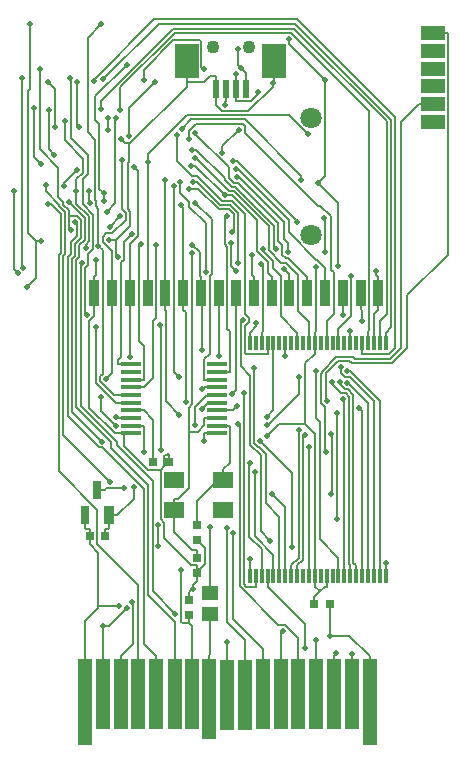
<source format=gbr>
%TF.GenerationSoftware,KiCad,Pcbnew,(6.0.2)*%
%TF.CreationDate,2022-11-22T14:27:25-06:00*%
%TF.ProjectId,REF1936,52454631-3933-4362-9e6b-696361645f70,rev?*%
%TF.SameCoordinates,Original*%
%TF.FileFunction,Copper,L1,Top*%
%TF.FilePolarity,Positive*%
%FSLAX46Y46*%
G04 Gerber Fmt 4.6, Leading zero omitted, Abs format (unit mm)*
G04 Created by KiCad (PCBNEW (6.0.2)) date 2022-11-22 14:27:25*
%MOMM*%
%LPD*%
G01*
G04 APERTURE LIST*
%TA.AperFunction,SMDPad,CuDef*%
%ADD10R,0.800000X0.800000*%
%TD*%
%TA.AperFunction,ComponentPad*%
%ADD11R,2.000000X1.200000*%
%TD*%
%TA.AperFunction,SMDPad,CuDef*%
%ADD12R,2.000000X3.000000*%
%TD*%
%TA.AperFunction,SMDPad,CuDef*%
%ADD13R,0.550000X1.630000*%
%TD*%
%TA.AperFunction,SMDPad,CuDef*%
%ADD14R,1.651000X0.431800*%
%TD*%
%TA.AperFunction,SMDPad,CuDef*%
%ADD15R,0.300000X1.300000*%
%TD*%
%TA.AperFunction,SMDPad,CuDef*%
%ADD16R,0.950000X2.250000*%
%TD*%
%TA.AperFunction,SMDPad,CuDef*%
%ADD17R,1.700000X1.350000*%
%TD*%
%TA.AperFunction,ComponentPad*%
%ADD18C,1.800000*%
%TD*%
%TA.AperFunction,SMDPad,CuDef*%
%ADD19R,0.750000X1.600000*%
%TD*%
%TA.AperFunction,SMDPad,CuDef*%
%ADD20R,0.870000X1.600000*%
%TD*%
%TA.AperFunction,SMDPad,CuDef*%
%ADD21R,0.800000X1.600000*%
%TD*%
%TA.AperFunction,SMDPad,CuDef*%
%ADD22R,1.200000X7.250000*%
%TD*%
%TA.AperFunction,SMDPad,CuDef*%
%ADD23R,1.200000X6.000000*%
%TD*%
%TA.AperFunction,SMDPad,CuDef*%
%ADD24R,1.200000X6.750000*%
%TD*%
%TA.AperFunction,ComponentPad*%
%ADD25C,1.100000*%
%TD*%
%TA.AperFunction,SMDPad,CuDef*%
%ADD26R,1.450000X1.150000*%
%TD*%
%TA.AperFunction,ViaPad*%
%ADD27C,0.500000*%
%TD*%
%TA.AperFunction,Conductor*%
%ADD28C,0.200000*%
%TD*%
G04 APERTURE END LIST*
D10*
%TO.P,C2,1*%
%TO.N,/GND*%
X146780000Y-110443000D03*
%TO.P,C2,2*%
%TO.N,/VUSB*%
X145471000Y-110444000D03*
%TD*%
%TO.P,C3,1*%
%TO.N,/PIC.CLKIN*%
X149197500Y-115792500D03*
%TO.P,C3,2*%
%TO.N,/GND*%
X149198500Y-117101500D03*
%TD*%
%TO.P,C1,1*%
%TO.N,/GND*%
X140086000Y-116780000D03*
%TO.P,C1,2*%
%TO.N,/Actel.VCC*%
X141395000Y-116779000D03*
%TD*%
D11*
%TO.P,J5,1,Pin_1*%
%TO.N,/PIC.VPP*%
X169180000Y-74177000D03*
%TO.P,J5,2,Pin_2*%
%TO.N,/VCC*%
X169180000Y-75677000D03*
%TO.P,J5,3,Pin_3*%
%TO.N,/GND*%
X169180000Y-77177000D03*
%TO.P,J5,4,Pin_4*%
%TO.N,/USB.D+*%
X169180000Y-78677000D03*
%TO.P,J5,5,Pin_5*%
%TO.N,/USB.D-*%
X169180000Y-80177000D03*
%TO.P,J5,6,Pin_6*%
%TO.N,unconnected-(J5-Pad6)*%
X169180000Y-81677000D03*
%TD*%
D10*
%TO.P,C4,1*%
%TO.N,/PIC.CLKOUT*%
X149188000Y-118567000D03*
%TO.P,C4,2*%
%TO.N,/GND*%
X149189000Y-119876000D03*
%TD*%
D12*
%TO.P,J1,1,Pin_1*%
%TO.N,/GND*%
X148288000Y-76527000D03*
X155712000Y-76525000D03*
D13*
X150751000Y-78865000D03*
%TO.P,J1,2,Pin_2*%
%TO.N,/USB.D+*%
X151585000Y-78870000D03*
%TO.P,J1,3,Pin_3*%
%TO.N,/USB.D-*%
X152455000Y-78870000D03*
%TO.P,J1,4,Pin_4*%
%TO.N,/USB.5V*%
X153329000Y-78869000D03*
%TD*%
D14*
%TO.P,U3,1,VDD*%
%TO.N,/VCC*%
X150848200Y-108050000D03*
%TO.P,U3,2,RA5/OSC1/CLKIN*%
%TO.N,/PIC.CLKIN*%
X150848200Y-107399999D03*
%TO.P,U3,3,RA4/AN3/OSC2/CLKOUT*%
%TO.N,/PIC.CLKOUT*%
X150848200Y-106750001D03*
%TO.P,U3,4,RA3/\u002AMCLR/VPP*%
%TO.N,/PIC.VPP*%
X150848200Y-106099999D03*
%TO.P,U3,5,RC5/CCP1/P1A/T0CKI*%
%TO.N,/PIC.RC5*%
X150848200Y-105450001D03*
%TO.P,U3,6,RC4/P1B/C12OUT/SRQ*%
%TO.N,/PIC.RC4*%
X150848200Y-104800002D03*
%TO.P,U3,7,RC3/AN7/P1C/C12IN3-/PGM*%
%TO.N,/PIC.RC3*%
X150848200Y-104150001D03*
%TO.P,U3,8,RC6/AN8/\u002ASS/T13CKI/T1OSCI*%
%TO.N,/PIC.RC6*%
X150848200Y-103500002D03*
%TO.P,U3,9,RC7/AN9/SDO/T1OSCO*%
%TO.N,/PIC.RC7*%
X150848200Y-102850001D03*
%TO.P,U3,10,RB7/TX/CK*%
%TO.N,unconnected-(U3-Pad10)*%
X150848200Y-102200002D03*
%TO.P,U3,11,RB6/SCK/SCL*%
%TO.N,/PIC.RB6*%
X143583800Y-102200000D03*
%TO.P,U3,12,RB5/AN11/RX/DT*%
%TO.N,unconnected-(U3-Pad12)*%
X143583800Y-102849998D03*
%TO.P,U3,13,RB4/AN10/SDI/SDA*%
%TO.N,/PIC.RB4*%
X143583800Y-103499999D03*
%TO.P,U3,14,RC2/AN6/P1D/C12IN2-/CVREF/INT2*%
%TO.N,/PIC.RC2*%
X143583800Y-104149998D03*
%TO.P,U3,15,RC1/AN5/C12IN1-/INT1/VREFRC2/*%
%TO.N,/PIC.RC1*%
X143583800Y-104799999D03*
%TO.P,U3,16,RC0/AN4/C12IN+/INT0/VREF+*%
%TO.N,/PIC.RC0*%
X143583800Y-105449998D03*
%TO.P,U3,17,VUSB*%
%TO.N,/VUSB*%
X143583800Y-106099999D03*
%TO.P,U3,18,RA1/D-/PGC*%
%TO.N,/USB.D-*%
X143583800Y-106749998D03*
%TO.P,U3,19,RA0/D+/PGD*%
%TO.N,/USB.D+*%
X143583800Y-107399999D03*
%TO.P,U3,20,VSS*%
%TO.N,/GND*%
X143583800Y-108049998D03*
%TD*%
D15*
%TO.P,U1,1,A16*%
%TO.N,/SST.A16*%
X153639000Y-120117000D03*
%TO.P,U1,2,A15*%
%TO.N,/SST.A15*%
X154139000Y-120117000D03*
%TO.P,U1,3,A14*%
%TO.N,/SST.A14*%
X154639000Y-120117000D03*
%TO.P,U1,4,A13*%
%TO.N,/SST.A13*%
X155139000Y-120117000D03*
%TO.P,U1,5,A12*%
%TO.N,/SST.A12*%
X155639000Y-120117000D03*
%TO.P,U1,6,A11*%
%TO.N,/SST.A11*%
X156139000Y-120117000D03*
%TO.P,U1,7,A10*%
%TO.N,/SST.A10*%
X156639000Y-120117000D03*
%TO.P,U1,8,A9*%
%TO.N,/SST.A9*%
X157139000Y-120117000D03*
%TO.P,U1,9,A20*%
%TO.N,/SST.A20*%
X157639000Y-120117000D03*
%TO.P,U1,10,N/C*%
%TO.N,unconnected-(U1-Pad10)*%
X158139000Y-120117000D03*
%TO.P,U1,11,WE#*%
%TO.N,/SST.WE*%
X158639000Y-120117000D03*
%TO.P,U1,12,RESET#*%
%TO.N,/VCC*%
X159139000Y-120117000D03*
%TO.P,U1,13,N/C*%
%TO.N,unconnected-(U1-Pad13)*%
X159639000Y-120117000D03*
%TO.P,U1,14,WP#*%
%TO.N,/VCC*%
X160139000Y-120117000D03*
%TO.P,U1,15,N/C*%
%TO.N,unconnected-(U1-Pad15)*%
X160639000Y-120117000D03*
%TO.P,U1,16,A19*%
%TO.N,/SST.A19*%
X161139000Y-120117000D03*
%TO.P,U1,17,A18*%
%TO.N,/SST.A18*%
X161639000Y-120117000D03*
%TO.P,U1,18,A8*%
%TO.N,/SST.A8*%
X162139000Y-120117000D03*
%TO.P,U1,19,A7*%
%TO.N,/SST.A7*%
X162639000Y-120117000D03*
%TO.P,U1,20,A6*%
%TO.N,/SST.A6*%
X163139000Y-120117000D03*
%TO.P,U1,21,A5*%
%TO.N,/SST.A5*%
X163639000Y-120117000D03*
%TO.P,U1,22,A4*%
%TO.N,/SST.A4*%
X164139000Y-120117000D03*
%TO.P,U1,23,A3*%
%TO.N,/SST.A3*%
X164639000Y-120117000D03*
%TO.P,U1,24,A2*%
%TO.N,/SST.A2*%
X165139000Y-120117000D03*
%TO.P,U1,25,A1*%
%TO.N,/SST.A1*%
X165139000Y-100417000D03*
%TO.P,U1,26,CE#*%
%TO.N,/SST.CE*%
X164639000Y-100417000D03*
%TO.P,U1,27,VSS*%
%TO.N,/GND*%
X164139000Y-100417000D03*
%TO.P,U1,28,OE#*%
%TO.N,/SST.OE*%
X163639000Y-100417000D03*
%TO.P,U1,29,DQ0*%
%TO.N,/SST.DQ0*%
X163139000Y-100417000D03*
%TO.P,U1,30,N/C*%
%TO.N,unconnected-(U1-Pad30)*%
X162639000Y-100417000D03*
%TO.P,U1,31,DQ1*%
%TO.N,/SST.DQ1*%
X162139000Y-100417000D03*
%TO.P,U1,32,N/C*%
%TO.N,unconnected-(U1-Pad32)*%
X161639000Y-100417000D03*
%TO.P,U1,33,DQ2*%
%TO.N,/SST.DQ2*%
X161139000Y-100417000D03*
%TO.P,U1,34,N/C*%
%TO.N,unconnected-(U1-Pad34)*%
X160639000Y-100417000D03*
%TO.P,U1,35,DQ3*%
%TO.N,/SST.DQ3*%
X160139000Y-100417000D03*
%TO.P,U1,36,N/C*%
%TO.N,unconnected-(U1-Pad36)*%
X159639000Y-100417000D03*
%TO.P,U1,37,VCC*%
%TO.N,/VCC*%
X159139000Y-100417000D03*
%TO.P,U1,38,DQ4*%
%TO.N,/SST.DQ4*%
X158639000Y-100417000D03*
%TO.P,U1,39,N/C*%
%TO.N,unconnected-(U1-Pad39)*%
X158139000Y-100417000D03*
%TO.P,U1,40,DQ5*%
%TO.N,/SST.DQ5*%
X157639000Y-100417000D03*
%TO.P,U1,41,N/C*%
%TO.N,unconnected-(U1-Pad41)*%
X157139000Y-100417000D03*
%TO.P,U1,42,DQ6*%
%TO.N,/SST.DQ6*%
X156639000Y-100417000D03*
%TO.P,U1,43,N/C*%
%TO.N,unconnected-(U1-Pad43)*%
X156139000Y-100417000D03*
%TO.P,U1,44,DQ7*%
%TO.N,/SST.DQ7*%
X155639000Y-100417000D03*
%TO.P,U1,45,A0*%
%TO.N,/SST.A0*%
X155139000Y-100417000D03*
%TO.P,U1,46,VSS*%
%TO.N,/GND*%
X154639000Y-100417000D03*
%TO.P,U1,47,N/C*%
%TO.N,unconnected-(U1-Pad47)*%
X154139000Y-100417000D03*
%TO.P,U1,48,A17*%
%TO.N,/SST.A17*%
X153639000Y-100417000D03*
%TD*%
D10*
%TO.P,R1,1*%
%TO.N,/GND*%
X148505000Y-122145000D03*
%TO.P,R1,2*%
%TO.N,/IRQ*%
X148506000Y-123454000D03*
%TD*%
D16*
%TO.P,U4,1,GND*%
%TO.N,/GND*%
X164488800Y-96194700D03*
%TO.P,U4,2,CLK*%
%TO.N,/CLK*%
X163018800Y-96187700D03*
%TO.P,U4,3,N/C*%
%TO.N,/N{slash}C*%
X161509800Y-96191700D03*
%TO.P,U4,4,CS1*%
%TO.N,/Game.CS1*%
X160007800Y-96191700D03*
%TO.P,U4,5,Reset*%
%TO.N,/Game.Reset*%
X158497800Y-96192700D03*
%TO.P,U4,6,CS2*%
%TO.N,/Game.CS2*%
X156986800Y-96192700D03*
%TO.P,U4,7,IRQ*%
%TO.N,/IRQ*%
X155517800Y-96191700D03*
%TO.P,U4,8,VCC*%
%TO.N,/VCC*%
X154009800Y-96196700D03*
%TO.P,U4,9,D0*%
%TO.N,/D0*%
X152500800Y-96190700D03*
%TO.P,U4,10,D1*%
%TO.N,/D1*%
X150997800Y-96193700D03*
%TO.P,U4,11,D2*%
%TO.N,/D2*%
X149525800Y-96192700D03*
%TO.P,U4,12,D3*%
%TO.N,/D3*%
X148016800Y-96194700D03*
%TO.P,U4,13,D4*%
%TO.N,/D4*%
X146471800Y-96197700D03*
%TO.P,U4,14,D5*%
%TO.N,/D5*%
X144998800Y-96192700D03*
%TO.P,U4,15,D6*%
%TO.N,/D6*%
X143496800Y-96196700D03*
%TO.P,U4,16,D7*%
%TO.N,/D7*%
X141949800Y-96188700D03*
%TO.P,U4,17,GND*%
%TO.N,/GND*%
X140435800Y-96191700D03*
%TD*%
D17*
%TO.P,X1,1,Tri-State*%
%TO.N,/PIC.CLKOUT*%
X147230000Y-114534000D03*
%TO.P,X1,2,GND*%
%TO.N,unconnected-(X1-Pad2)*%
X151400000Y-114534000D03*
%TO.P,X1,3,OUT*%
%TO.N,/PIC.CLKIN*%
X151399000Y-112032000D03*
%TO.P,X1,4,VDD*%
%TO.N,unconnected-(X1-Pad4)*%
X147232000Y-112032000D03*
%TD*%
D18*
%TO.P,J4,12*%
%TO.N,N/C*%
X158845000Y-91291500D03*
X158845000Y-81357500D03*
%TD*%
D19*
%TO.P,Q1,1,B*%
%TO.N,/GND*%
X139640500Y-114990500D03*
D20*
%TO.P,Q1,2,E*%
%TO.N,/Actel.VCC*%
X141707500Y-114984500D03*
D21*
%TO.P,Q1,3,C*%
%TO.N,/VCC*%
X140713500Y-112803500D03*
%TD*%
D10*
%TO.P,C5,1*%
%TO.N,/VCC*%
X159099000Y-122535000D03*
%TO.P,C5,2*%
%TO.N,/GND*%
X160408000Y-122534000D03*
%TD*%
D22*
%TO.P,U5,1,GND*%
%TO.N,/GND*%
X139684700Y-130795600D03*
D23*
%TO.P,U5,2,CLK*%
%TO.N,/CLK*%
X141226700Y-130149600D03*
%TO.P,U5,3,N/C*%
%TO.N,/N{slash}C*%
X142741700Y-130157600D03*
%TO.P,U5,4,CS1*%
%TO.N,/Sys.CS1*%
X144200700Y-130149600D03*
%TO.P,U5,5,Reset*%
%TO.N,/Sys.Reset*%
X145707700Y-130156600D03*
%TO.P,U5,6,CS2*%
%TO.N,/Sys.CS2*%
X147270700Y-130156600D03*
%TO.P,U5,7,IRQ*%
%TO.N,/IRQ*%
X148769700Y-130156600D03*
D24*
%TO.P,U5,8,VCC*%
%TO.N,/Sys.VCC*%
X150196700Y-130499600D03*
D23*
%TO.P,U5,9,D0*%
%TO.N,/D0*%
X151693700Y-130164600D03*
%TO.P,U5,10,D1*%
%TO.N,/D1*%
X153256700Y-130164600D03*
%TO.P,U5,11,D2*%
%TO.N,/D2*%
X154763700Y-130156600D03*
%TO.P,U5,12,D3*%
%TO.N,/D3*%
X156238700Y-130156600D03*
%TO.P,U5,13,D4*%
%TO.N,/D4*%
X157737700Y-130156600D03*
%TO.P,U5,14,D5*%
%TO.N,/D5*%
X159236700Y-130148600D03*
%TO.P,U5,15,D6*%
%TO.N,/D6*%
X160751700Y-130156600D03*
%TO.P,U5,16,D7*%
%TO.N,/D7*%
X162266700Y-130156600D03*
D22*
%TO.P,U5,17,GND*%
%TO.N,/GND*%
X163773700Y-130789600D03*
%TD*%
D25*
%TO.P,J2,5*%
%TO.N,N/C*%
X150534835Y-75298800D03*
X153597000Y-75301200D03*
%TD*%
D26*
%TO.P,L1,1,1*%
%TO.N,/Sys.VCC*%
X150298500Y-123365000D03*
%TO.P,L1,2,2*%
%TO.N,/VCC*%
X150299500Y-121579000D03*
%TD*%
D27*
%TO.N,/N{slash}C*%
X143691100Y-122365600D03*
X161509800Y-98057900D03*
%TO.N,/PIC.VPP*%
X152532300Y-105745500D03*
X155084600Y-107315200D03*
X157823800Y-103299800D03*
X160186800Y-105278800D03*
%TO.N,/USB.D-*%
X154349500Y-79179800D03*
X160047300Y-109614500D03*
X142339800Y-106631300D03*
X152455000Y-77651500D03*
%TO.N,/USB.D+*%
X144659400Y-109655100D03*
X145904200Y-115839500D03*
X145904200Y-117555800D03*
X160541000Y-108110600D03*
X160536500Y-113167900D03*
X151542500Y-80258200D03*
%TO.N,/USB.5V*%
X152635100Y-75528200D03*
X152885900Y-77127500D03*
%TO.N,/Game.Reset*%
X149011900Y-82607700D03*
%TO.N,/IRQ*%
X145615500Y-78306600D03*
X143412200Y-82884000D03*
X148641400Y-85381400D03*
X151500100Y-87886600D03*
X152081800Y-91892400D03*
X152427100Y-94261500D03*
X147844300Y-119616600D03*
%TO.N,/SST.A16*%
X147859500Y-82269200D03*
X157987900Y-86628600D03*
X159955700Y-89822500D03*
X159977500Y-92710900D03*
X153639000Y-118649400D03*
%TO.N,/SST.A17*%
X144657800Y-78165200D03*
X149736600Y-77218500D03*
X155375700Y-117160500D03*
X153030800Y-98468900D03*
X154182200Y-98732100D03*
%TO.N,/SST.A0*%
X147466200Y-82795600D03*
%TO.N,/SST.A1*%
X141210300Y-78088600D03*
%TO.N,/SST.CE*%
X141042800Y-80589600D03*
%TO.N,/SST.OE*%
X142661100Y-80684400D03*
%TO.N,/SST.DQ0*%
X140440500Y-78212500D03*
%TO.N,/SST.DQ1*%
X139005500Y-78300500D03*
X139173600Y-82115500D03*
X148828500Y-86756100D03*
X152605700Y-93605600D03*
X162104300Y-99359900D03*
%TO.N,/SST.DQ2*%
X162234900Y-94745100D03*
X155855100Y-92413000D03*
X148717300Y-84091200D03*
X141591400Y-82382200D03*
X141665300Y-81381900D03*
%TO.N,/SST.DQ3*%
X148448900Y-83133000D03*
%TO.N,/SST.DQ4*%
X148996700Y-84734800D03*
%TO.N,/SST.DQ5*%
X136600900Y-80703700D03*
X137090800Y-84463300D03*
X154760100Y-92410200D03*
X152122100Y-90995500D03*
X148454600Y-87334000D03*
%TO.N,/SST.DQ6*%
X156639000Y-101482200D03*
X149906800Y-94383700D03*
X147752300Y-86734100D03*
X137138000Y-82137800D03*
X136530800Y-78290200D03*
%TO.N,/SST.DQ7*%
X135385900Y-80472800D03*
X135985200Y-85267400D03*
X137926700Y-87117300D03*
X139005100Y-85790900D03*
X147197000Y-87101000D03*
X147665400Y-103310600D03*
X155084600Y-106665100D03*
%TO.N,/D7*%
X141463700Y-103424900D03*
X162266700Y-126742900D03*
X142841900Y-84872900D03*
%TO.N,/D6*%
X160902300Y-126662100D03*
X143496800Y-101555600D03*
X143866700Y-85523500D03*
%TO.N,/D5*%
X158530000Y-82672300D03*
X159236700Y-125536400D03*
X144998800Y-85104400D03*
%TO.N,/D4*%
X146471800Y-86599900D03*
X147661600Y-106476100D03*
X152596300Y-107268000D03*
%TO.N,/D3*%
X148250000Y-105358800D03*
X154526800Y-108665400D03*
X157249000Y-117658300D03*
X156416200Y-124754600D03*
X147769400Y-88698300D03*
%TO.N,/D2*%
X141757300Y-90618000D03*
X142673900Y-89624600D03*
X148755000Y-92060500D03*
X149565700Y-100959200D03*
X152219500Y-116456800D03*
%TO.N,/D1*%
X151716200Y-116032500D03*
X136339200Y-87037200D03*
X141787200Y-112207100D03*
X150997800Y-101464200D03*
%TO.N,/D0*%
X133664100Y-87571300D03*
X134003600Y-94485900D03*
X151693700Y-125707900D03*
X152138800Y-104733300D03*
%TO.N,/Sys.CS2*%
X138336700Y-88467700D03*
%TO.N,/Sys.Reset*%
X138832800Y-90170200D03*
%TO.N,/Sys.CS1*%
X136526800Y-88639400D03*
%TO.N,/CLK*%
X163127000Y-98555400D03*
X143272700Y-122866900D03*
X141226700Y-124384800D03*
%TO.N,/PIC.RC5*%
X135886000Y-77177100D03*
X138482700Y-90820400D03*
X141109900Y-108739200D03*
X149591300Y-105961500D03*
%TO.N,/PIC.RC4*%
X135973600Y-91789200D03*
X135018100Y-73377400D03*
X134775500Y-95623000D03*
X149009400Y-107356500D03*
X142281200Y-107399000D03*
X141044100Y-104943100D03*
%TO.N,/PIC.RC3*%
X134475000Y-94029700D03*
X134373100Y-77992000D03*
X149602000Y-104320600D03*
%TO.N,/PIC.RC0*%
X139851400Y-98027400D03*
X138393200Y-77990000D03*
X140589400Y-99061000D03*
%TO.N,/PIC.RC1*%
X141067500Y-73409700D03*
X140820000Y-92208200D03*
%TO.N,/SST.A15*%
X153168400Y-104645700D03*
%TO.N,/SST.A14*%
X153616900Y-110556700D03*
%TO.N,/SST.A13*%
X139458500Y-93611400D03*
X158306700Y-126213400D03*
X147344200Y-123367400D03*
%TO.N,/SST.A12*%
X154054500Y-111330500D03*
%TO.N,/SST.A11*%
X154026700Y-102488800D03*
%TO.N,/SST.A10*%
X155505000Y-113167400D03*
%TO.N,/SST.A9*%
X157762000Y-107787800D03*
%TO.N,/SST.A20*%
X158279700Y-108207000D03*
%TO.N,/SST.WE*%
X158639000Y-109183800D03*
%TO.N,/SST.A19*%
X159206100Y-102735500D03*
%TO.N,/SST.A18*%
X161517400Y-105154800D03*
%TO.N,/SST.A8*%
X160596600Y-103711500D03*
%TO.N,/SST.A7*%
X161246800Y-103733200D03*
%TO.N,/SST.A6*%
X162912600Y-105918600D03*
%TO.N,/SST.A5*%
X161897000Y-103804400D03*
%TO.N,/SST.A4*%
X161319400Y-102404100D03*
%TO.N,/SST.A3*%
X161862300Y-102780700D03*
%TO.N,/SST.A2*%
X161044200Y-106355900D03*
X161044200Y-115263900D03*
X165179400Y-119065900D03*
%TO.N,/PIC.CLKOUT*%
X148750100Y-92787800D03*
%TO.N,/PIC.RC2*%
X145724100Y-92112500D03*
%TO.N,/PIC.RB4*%
X144387100Y-91975100D03*
%TO.N,/PIC.RB6*%
X143631000Y-91152600D03*
%TO.N,/VCC*%
X142966100Y-112717600D03*
X150299500Y-115992100D03*
X159408900Y-86870400D03*
X156992900Y-74684300D03*
X155084600Y-108303700D03*
X153804500Y-92961600D03*
X141257400Y-88375600D03*
X141257400Y-87718900D03*
X161073000Y-93911300D03*
X159238800Y-93986200D03*
X139748900Y-92337400D03*
X137990500Y-81626300D03*
X138962500Y-87506800D03*
X143201300Y-76842700D03*
X149772600Y-108677900D03*
X160009000Y-78115000D03*
%TO.N,/PIC.RC7*%
X151703100Y-89662700D03*
%TO.N,/PIC.RC6*%
X149007500Y-88535900D03*
%TO.N,/Actel.VCC*%
X142315500Y-81311000D03*
X141513300Y-89301700D03*
X140092400Y-88529700D03*
X140024300Y-87529400D03*
X145991000Y-98903600D03*
X146121600Y-109468200D03*
X143807100Y-112623800D03*
%TO.N,/Game.CS2*%
X152534900Y-86327200D03*
X156870600Y-92721300D03*
X156502000Y-94098200D03*
%TO.N,/Game.CS1*%
X152481000Y-85677000D03*
%TO.N,/SD.Pin9*%
X152185500Y-85026800D03*
X157606700Y-90178200D03*
%TO.N,/SD.Pin1*%
X151314300Y-84292700D03*
X152742300Y-82325700D03*
%TO.N,/GND*%
X155568800Y-78426400D03*
X160408000Y-125164500D03*
X148830600Y-121193300D03*
X142565400Y-122654600D03*
X142767600Y-83159100D03*
X141755700Y-91646100D03*
X140641200Y-93349200D03*
X154582900Y-93709700D03*
X142466200Y-93132600D03*
X164300800Y-94298000D03*
%TD*%
D28*
%TO.N,/N{slash}C*%
X142741700Y-130157600D02*
X142741700Y-126907500D01*
X161509800Y-96191700D02*
X161509800Y-98057900D01*
X143772800Y-122447300D02*
X143691100Y-122365600D01*
X143772800Y-125876400D02*
X143772800Y-122447300D01*
X142741700Y-126907500D02*
X143772800Y-125876400D01*
%TO.N,/Sys.VCC*%
X150298500Y-126772700D02*
X150298500Y-123365000D01*
X150196700Y-126874500D02*
X150298500Y-126772700D01*
X150196700Y-130499600D02*
X150196700Y-126874500D01*
%TO.N,/VUSB*%
X143583800Y-106100000D02*
X144659400Y-106100000D01*
X145471000Y-110444000D02*
X145471000Y-109793900D01*
X145471000Y-106911600D02*
X145471000Y-109793900D01*
X144659400Y-106100000D02*
X145471000Y-106911600D01*
%TO.N,/PIC.VPP*%
X169180000Y-74177000D02*
X170430100Y-74177000D01*
X152177800Y-106100000D02*
X152532300Y-105745500D01*
X150848200Y-106100000D02*
X152177800Y-106100000D01*
X170430100Y-92909100D02*
X170430100Y-74177000D01*
X166964800Y-96374400D02*
X170430100Y-92909100D01*
X166964800Y-100791800D02*
X166964800Y-96374400D01*
X165658700Y-102097900D02*
X166964800Y-100791800D01*
X162250200Y-102097900D02*
X165658700Y-102097900D01*
X162056300Y-101904000D02*
X162250200Y-102097900D01*
X161112300Y-101904000D02*
X162056300Y-101904000D01*
X160056300Y-102960000D02*
X161112300Y-101904000D01*
X160056300Y-105148300D02*
X160056300Y-102960000D01*
X160186800Y-105278800D02*
X160056300Y-105148300D01*
X157823800Y-104690600D02*
X157823800Y-103299800D01*
X155199200Y-107315200D02*
X157823800Y-104690600D01*
X155084600Y-107315200D02*
X155199200Y-107315200D01*
%TO.N,/PIC.CLKIN*%
X150848200Y-107400000D02*
X151923800Y-107400000D01*
X151923800Y-110582100D02*
X151399000Y-111106900D01*
X151923800Y-107400000D02*
X151923800Y-110582100D01*
X151399000Y-112032000D02*
X151399000Y-111569400D01*
X151399000Y-111569400D02*
X151399000Y-111106900D01*
X149197500Y-113770900D02*
X149197500Y-115792500D01*
X151399000Y-111569400D02*
X149197500Y-113770900D01*
%TO.N,/USB.D-*%
X152455000Y-78870000D02*
X152455000Y-79935100D01*
X143583800Y-106750000D02*
X142508200Y-106750000D01*
X169180000Y-80177000D02*
X167929900Y-80177000D01*
X142389500Y-106631300D02*
X142339800Y-106631300D01*
X142508200Y-106750000D02*
X142389500Y-106631300D01*
X154349500Y-79330400D02*
X154349500Y-79179800D01*
X153744800Y-79935100D02*
X154349500Y-79330400D01*
X152455000Y-79935100D02*
X153744800Y-79935100D01*
X152455000Y-78870000D02*
X152455000Y-77651500D01*
X160020100Y-109587300D02*
X160047300Y-109614500D01*
X160020100Y-105819300D02*
X160020100Y-109587300D01*
X159670100Y-105469300D02*
X160020100Y-105819300D01*
X159670100Y-102978800D02*
X159670100Y-105469300D01*
X159706200Y-102942700D02*
X159670100Y-102978800D01*
X159706200Y-102815000D02*
X159706200Y-102942700D01*
X160967300Y-101553900D02*
X159706200Y-102815000D01*
X162376500Y-101553900D02*
X160967300Y-101553900D01*
X162551500Y-101728900D02*
X162376500Y-101553900D01*
X165532400Y-101728900D02*
X162551500Y-101728900D01*
X166411800Y-100849500D02*
X165532400Y-101728900D01*
X166411800Y-81695100D02*
X166411800Y-100849500D01*
X167929900Y-80177000D02*
X166411800Y-81695100D01*
%TO.N,/USB.D+*%
X143583800Y-107400000D02*
X144659400Y-107400000D01*
X145904200Y-117555800D02*
X145904200Y-115839500D01*
X144659400Y-107400000D02*
X144659400Y-109655100D01*
X151542500Y-79977600D02*
X151542500Y-80258200D01*
X151585000Y-79935100D02*
X151542500Y-79977600D01*
X151585000Y-78870000D02*
X151585000Y-79935100D01*
X160628800Y-108198400D02*
X160541000Y-108110600D01*
X160628800Y-113075600D02*
X160628800Y-108198400D01*
X160536500Y-113167900D02*
X160628800Y-113075600D01*
%TO.N,/USB.5V*%
X152635100Y-76876700D02*
X152885900Y-77127500D01*
X152635100Y-75528200D02*
X152635100Y-76876700D01*
X153329000Y-77570600D02*
X152885900Y-77127500D01*
X153329000Y-78869000D02*
X153329000Y-77570600D01*
%TO.N,/Game.Reset*%
X158497800Y-96192700D02*
X158497800Y-94817600D01*
X156901600Y-93221400D02*
X158497800Y-94817600D01*
X156663500Y-93221400D02*
X156901600Y-93221400D01*
X156370500Y-92928400D02*
X156663500Y-93221400D01*
X156370500Y-92098300D02*
X156370500Y-92928400D01*
X156056200Y-91784000D02*
X156370500Y-92098300D01*
X156056200Y-90240200D02*
X156056200Y-91784000D01*
X152643300Y-86827300D02*
X156056200Y-90240200D01*
X152264700Y-86827300D02*
X152643300Y-86827300D01*
X151845500Y-86408100D02*
X152264700Y-86827300D01*
X151845500Y-85531100D02*
X151845500Y-86408100D01*
X149011900Y-82697500D02*
X151845500Y-85531100D01*
X149011900Y-82607700D02*
X149011900Y-82697500D01*
%TO.N,/IRQ*%
X148506000Y-123454000D02*
X148506000Y-124104100D01*
X148769700Y-124367800D02*
X148506000Y-124104100D01*
X148769700Y-130156600D02*
X148769700Y-124367800D01*
X155517800Y-96191700D02*
X155517800Y-94816600D01*
X152081800Y-93916200D02*
X152427100Y-94261500D01*
X152081800Y-91892400D02*
X152081800Y-93916200D01*
X147844300Y-123986000D02*
X147844300Y-119616600D01*
X147962400Y-124104100D02*
X147844300Y-123986000D01*
X148506000Y-124104100D02*
X147962400Y-124104100D01*
X143412200Y-80509900D02*
X143412200Y-82884000D01*
X145615500Y-78306600D02*
X143412200Y-80509900D01*
X155174800Y-94473600D02*
X155517800Y-94816600D01*
X155174800Y-93566400D02*
X155174800Y-94473600D01*
X154260000Y-92651600D02*
X155174800Y-93566400D01*
X154260000Y-90012600D02*
X154260000Y-92651600D01*
X152134000Y-87886600D02*
X154260000Y-90012600D01*
X151500100Y-87886600D02*
X152134000Y-87886600D01*
X148994900Y-85381400D02*
X148641400Y-85381400D01*
X151500100Y-87886600D02*
X148994900Y-85381400D01*
%TO.N,/SST.A16*%
X153639000Y-120117000D02*
X153639000Y-118649400D01*
X157987900Y-86270900D02*
X157987900Y-86628600D01*
X153192400Y-81475400D02*
X157987900Y-86270900D01*
X148653300Y-81475400D02*
X153192400Y-81475400D01*
X147859500Y-82269200D02*
X148653300Y-81475400D01*
X159996100Y-92692300D02*
X159977500Y-92710900D01*
X159996100Y-89862900D02*
X159996100Y-92692300D01*
X159955700Y-89822500D02*
X159996100Y-89862900D01*
%TO.N,/SST.A17*%
X153639000Y-100417000D02*
X153639000Y-99516900D01*
X154182200Y-98973700D02*
X154182200Y-98732100D01*
X153639000Y-99516900D02*
X154182200Y-98973700D01*
X149538200Y-77020100D02*
X149736600Y-77218500D01*
X149538200Y-74893900D02*
X149538200Y-77020100D01*
X149391100Y-74746800D02*
X149538200Y-74893900D01*
X147155700Y-74746800D02*
X149391100Y-74746800D01*
X144657800Y-77244700D02*
X147155700Y-74746800D01*
X144657800Y-78165200D02*
X144657800Y-77244700D01*
X154554600Y-116339400D02*
X155375700Y-117160500D01*
X154554600Y-109895400D02*
X154554600Y-116339400D01*
X154554500Y-109895400D02*
X154554600Y-109895400D01*
X153676600Y-109017500D02*
X154554500Y-109895400D01*
X153676600Y-103180700D02*
X153676600Y-109017500D01*
X152884400Y-102388500D02*
X153676600Y-103180700D01*
X152884400Y-98615300D02*
X152884400Y-102388500D01*
X153030800Y-98468900D02*
X152884400Y-98615300D01*
%TO.N,/SST.A0*%
X155139000Y-100417000D02*
X155139000Y-101317100D01*
X147466200Y-84959200D02*
X147466200Y-82795600D01*
X148763000Y-86256000D02*
X147466200Y-84959200D01*
X149162300Y-86256000D02*
X148763000Y-86256000D01*
X151293000Y-88386700D02*
X149162300Y-86256000D01*
X152139000Y-88386700D02*
X151293000Y-88386700D01*
X153268800Y-89516500D02*
X152139000Y-88386700D01*
X153268800Y-97927600D02*
X153268800Y-89516500D01*
X153584600Y-98243400D02*
X153268800Y-97927600D01*
X153584600Y-98622400D02*
X153584600Y-98243400D01*
X153238800Y-98968200D02*
X153584600Y-98622400D01*
X153238800Y-101233500D02*
X153238800Y-98968200D01*
X153322400Y-101317100D02*
X153238800Y-101233500D01*
X155139000Y-101317100D02*
X153322400Y-101317100D01*
%TO.N,/SST.A1*%
X165139000Y-100417000D02*
X165139000Y-99516900D01*
X145928000Y-73370900D02*
X141210300Y-78088600D01*
X157456800Y-73370900D02*
X145928000Y-73370900D01*
X165582800Y-81496900D02*
X157456800Y-73370900D01*
X165582800Y-99073100D02*
X165582800Y-81496900D01*
X165139000Y-99516900D02*
X165582800Y-99073100D01*
%TO.N,/SST.CE*%
X141042800Y-79869500D02*
X141042800Y-80589600D01*
X147137700Y-73774600D02*
X141042800Y-79869500D01*
X157365400Y-73774600D02*
X147137700Y-73774600D01*
X165231200Y-81640400D02*
X157365400Y-73774600D01*
X165231200Y-97953900D02*
X165231200Y-81640400D01*
X164639000Y-98546100D02*
X165231200Y-97953900D01*
X164639000Y-100417000D02*
X164639000Y-98546100D01*
%TO.N,/SST.OE*%
X142661100Y-78746300D02*
X142661100Y-80684400D01*
X147273600Y-74133800D02*
X142661100Y-78746300D01*
X157151700Y-74133800D02*
X147273600Y-74133800D01*
X163753700Y-80735800D02*
X157151700Y-74133800D01*
X163753700Y-99312900D02*
X163753700Y-80735800D01*
X163639000Y-99427600D02*
X163753700Y-99312900D01*
X163639000Y-100417000D02*
X163639000Y-99427600D01*
%TO.N,/SST.DQ0*%
X163139000Y-100417000D02*
X163139000Y-101317100D01*
X165418100Y-101317100D02*
X163139000Y-101317100D01*
X165933000Y-100802200D02*
X165418100Y-101317100D01*
X165933000Y-81303200D02*
X165933000Y-100802200D01*
X157632900Y-73003100D02*
X165933000Y-81303200D01*
X145529500Y-73003100D02*
X157632900Y-73003100D01*
X140440500Y-78092100D02*
X145529500Y-73003100D01*
X140440500Y-78212500D02*
X140440500Y-78092100D01*
%TO.N,/SST.DQ1*%
X162139000Y-99394600D02*
X162104300Y-99359900D01*
X162139000Y-100417000D02*
X162139000Y-99394600D01*
X139005500Y-81947400D02*
X139173600Y-82115500D01*
X139005500Y-78300500D02*
X139005500Y-81947400D01*
X152622900Y-93588400D02*
X152605700Y-93605600D01*
X152622900Y-89365700D02*
X152622900Y-93588400D01*
X151994000Y-88736800D02*
X152622900Y-89365700D01*
X151148000Y-88736800D02*
X151994000Y-88736800D01*
X149167300Y-86756100D02*
X151148000Y-88736800D01*
X148828500Y-86756100D02*
X149167300Y-86756100D01*
%TO.N,/SST.DQ2*%
X161139000Y-99223500D02*
X161139000Y-100417000D01*
X162234900Y-98127600D02*
X161139000Y-99223500D01*
X162234900Y-94745100D02*
X162234900Y-98127600D01*
X141591400Y-81455800D02*
X141665300Y-81381900D01*
X141591400Y-82382200D02*
X141591400Y-81455800D01*
X155706100Y-92264000D02*
X155855100Y-92413000D01*
X155706100Y-90468500D02*
X155706100Y-92264000D01*
X152415000Y-87177400D02*
X155706100Y-90468500D01*
X152098800Y-87177400D02*
X152415000Y-87177400D01*
X151495400Y-86574000D02*
X152098800Y-87177400D01*
X151495400Y-86468600D02*
X151495400Y-86574000D01*
X149118000Y-84091200D02*
X151495400Y-86468600D01*
X148717300Y-84091200D02*
X149118000Y-84091200D01*
%TO.N,/SST.DQ3*%
X160139000Y-98516900D02*
X160139000Y-100417000D01*
X160733000Y-97922900D02*
X160139000Y-98516900D01*
X160733000Y-94424800D02*
X160733000Y-97922900D01*
X160492000Y-94183800D02*
X160733000Y-94424800D01*
X160492000Y-89651500D02*
X160492000Y-94183800D01*
X159616100Y-88775600D02*
X160492000Y-89651500D01*
X159427700Y-88775600D02*
X159616100Y-88775600D01*
X153242400Y-82590300D02*
X159427700Y-88775600D01*
X153242400Y-82044900D02*
X153242400Y-82590300D01*
X153023000Y-81825500D02*
X153242400Y-82044900D01*
X149086800Y-81825500D02*
X153023000Y-81825500D01*
X148448900Y-82463400D02*
X149086800Y-81825500D01*
X148448900Y-83133000D02*
X148448900Y-82463400D01*
%TO.N,/SST.DQ4*%
X158639000Y-98642100D02*
X158639000Y-100417000D01*
X157712000Y-97715100D02*
X158639000Y-98642100D01*
X157712000Y-94600900D02*
X157712000Y-97715100D01*
X156709200Y-93598100D02*
X157712000Y-94600900D01*
X156316100Y-93598100D02*
X156709200Y-93598100D01*
X155260200Y-92542200D02*
X156316100Y-93598100D01*
X155260200Y-90517700D02*
X155260200Y-92542200D01*
X152270000Y-87527500D02*
X155260200Y-90517700D01*
X151848500Y-87527500D02*
X152270000Y-87527500D01*
X149055800Y-84734800D02*
X151848500Y-87527500D01*
X148996700Y-84734800D02*
X149055800Y-84734800D01*
%TO.N,/SST.DQ5*%
X157639000Y-100417000D02*
X157639000Y-99516900D01*
X136600900Y-83973400D02*
X137090800Y-84463300D01*
X136600900Y-80703700D02*
X136600900Y-83973400D01*
X154760100Y-92607400D02*
X154760100Y-92410200D01*
X155586100Y-93433400D02*
X154760100Y-92607400D01*
X155586100Y-94059400D02*
X155586100Y-93433400D01*
X156242900Y-94716200D02*
X155586100Y-94059400D01*
X156242900Y-98120800D02*
X156242900Y-94716200D01*
X157639000Y-99516900D02*
X156242900Y-98120800D01*
X152272800Y-90844800D02*
X152122100Y-90995500D01*
X152272800Y-89510700D02*
X152272800Y-90844800D01*
X151849000Y-89086900D02*
X152272800Y-89510700D01*
X151003000Y-89086900D02*
X151849000Y-89086900D01*
X149250100Y-87334000D02*
X151003000Y-89086900D01*
X148454600Y-87334000D02*
X149250100Y-87334000D01*
%TO.N,/SST.DQ6*%
X137138000Y-78897400D02*
X137138000Y-82137800D01*
X136530800Y-78290200D02*
X137138000Y-78897400D01*
X147752300Y-87724400D02*
X147752300Y-86734100D01*
X148507300Y-88479400D02*
X147752300Y-87724400D01*
X148507300Y-88845800D02*
X148507300Y-88479400D01*
X149906800Y-90245300D02*
X148507300Y-88845800D01*
X149906800Y-94383700D02*
X149906800Y-90245300D01*
X156639000Y-100417000D02*
X156639000Y-101482200D01*
%TO.N,/SST.DQ7*%
X135385900Y-84668100D02*
X135985200Y-85267400D01*
X135385900Y-80472800D02*
X135385900Y-84668100D01*
X147197000Y-102842200D02*
X147665400Y-103310600D01*
X147197000Y-87101000D02*
X147197000Y-102842200D01*
X155639000Y-106110700D02*
X155084600Y-106665100D01*
X155639000Y-100417000D02*
X155639000Y-106110700D01*
X137926700Y-86869300D02*
X139005100Y-85790900D01*
X137926700Y-87117300D02*
X137926700Y-86869300D01*
%TO.N,/D7*%
X162266700Y-126742900D02*
X162266700Y-130156600D01*
X141949800Y-102938800D02*
X141463700Y-103424900D01*
X141949800Y-96188700D02*
X141949800Y-102938800D01*
X141949800Y-96188700D02*
X141949800Y-94813600D01*
X142841900Y-89085300D02*
X142841900Y-84872900D01*
X143174000Y-89417400D02*
X142841900Y-89085300D01*
X143174000Y-89952700D02*
X143174000Y-89417400D01*
X142008500Y-91118200D02*
X143174000Y-89952700D01*
X141499000Y-91118200D02*
X142008500Y-91118200D01*
X141196600Y-91420600D02*
X141499000Y-91118200D01*
X141196600Y-91877500D02*
X141196600Y-91420600D01*
X141949800Y-92630700D02*
X141196600Y-91877500D01*
X141949800Y-94813600D02*
X141949800Y-92630700D01*
%TO.N,/D6*%
X144188700Y-85845500D02*
X143866700Y-85523500D01*
X144188700Y-91351000D02*
X144188700Y-85845500D01*
X143496800Y-92042900D02*
X144188700Y-91351000D01*
X143496800Y-96196700D02*
X143496800Y-92042900D01*
X160751700Y-130156600D02*
X160751700Y-126906500D01*
X143496800Y-96196700D02*
X143496800Y-101555600D01*
X160902300Y-126755900D02*
X160902300Y-126662100D01*
X160751700Y-126906500D02*
X160902300Y-126755900D01*
%TO.N,/D5*%
X144998800Y-96192700D02*
X144998800Y-94817600D01*
X144998800Y-85104400D02*
X144998800Y-94817600D01*
X159236700Y-130148600D02*
X159236700Y-125536400D01*
X156983000Y-81125300D02*
X158530000Y-82672300D01*
X148296200Y-81125300D02*
X156983000Y-81125300D01*
X144998800Y-84422700D02*
X148296200Y-81125300D01*
X144998800Y-85104400D02*
X144998800Y-84422700D01*
%TO.N,/D4*%
X146471800Y-86599900D02*
X146471800Y-96197700D01*
X146471800Y-96197700D02*
X146471800Y-97572800D01*
X152766400Y-107438100D02*
X152596300Y-107268000D01*
X152766400Y-120957500D02*
X152766400Y-107438100D01*
X156063400Y-124254500D02*
X152766400Y-120957500D01*
X156623400Y-124254500D02*
X156063400Y-124254500D01*
X157737700Y-125368800D02*
X156623400Y-124254500D01*
X157737700Y-130156600D02*
X157737700Y-125368800D01*
X146524200Y-97625200D02*
X146471800Y-97572800D01*
X146524200Y-105338700D02*
X146524200Y-97625200D01*
X147661600Y-106476100D02*
X146524200Y-105338700D01*
%TO.N,/D3*%
X148016800Y-96882200D02*
X148016800Y-97569800D01*
X148016800Y-96882200D02*
X148016800Y-96194700D01*
X148016800Y-96194700D02*
X148016800Y-94819600D01*
X148250000Y-97803000D02*
X148016800Y-97569800D01*
X148250000Y-105358800D02*
X148250000Y-97803000D01*
X156238700Y-124932100D02*
X156416200Y-124754600D01*
X156238700Y-130156600D02*
X156238700Y-124932100D01*
X148016800Y-88945700D02*
X147769400Y-88698300D01*
X148016800Y-94819600D02*
X148016800Y-88945700D01*
X157249000Y-111387600D02*
X157249000Y-117658300D01*
X154526800Y-108665400D02*
X157249000Y-111387600D01*
%TO.N,/D2*%
X149406700Y-94698500D02*
X149525800Y-94817600D01*
X149406700Y-92712200D02*
X149406700Y-94698500D01*
X148755000Y-92060500D02*
X149406700Y-92712200D01*
X149525800Y-96192700D02*
X149525800Y-95505100D01*
X149525800Y-95505100D02*
X149525800Y-94817600D01*
X149565700Y-95545000D02*
X149565700Y-100959200D01*
X149525800Y-95505100D02*
X149565700Y-95545000D01*
X152219500Y-123766500D02*
X152219500Y-116456800D01*
X154763700Y-126310700D02*
X152219500Y-123766500D01*
X154763700Y-130156600D02*
X154763700Y-126310700D01*
X141757300Y-90541200D02*
X142673900Y-89624600D01*
X141757300Y-90618000D02*
X141757300Y-90541200D01*
%TO.N,/D1*%
X150997800Y-96193700D02*
X150997800Y-101464200D01*
X151716200Y-123995200D02*
X151716200Y-116032500D01*
X153256700Y-125535700D02*
X151716200Y-123995200D01*
X153256700Y-130164600D02*
X153256700Y-125535700D01*
X137808100Y-108228000D02*
X141787200Y-112207100D01*
X137808100Y-93069300D02*
X137808100Y-108228000D01*
X137982500Y-92894900D02*
X137808100Y-93069300D01*
X137982500Y-89315800D02*
X137982500Y-92894900D01*
X137486500Y-88819800D02*
X137982500Y-89315800D01*
X137486500Y-88682300D02*
X137486500Y-88819800D01*
X136339200Y-87535000D02*
X137486500Y-88682300D01*
X136339200Y-87037200D02*
X136339200Y-87535000D01*
%TO.N,/D0*%
X151693700Y-130164600D02*
X151693700Y-126914500D01*
X151693700Y-126914500D02*
X151693700Y-125707900D01*
X133664100Y-94146400D02*
X134003600Y-94485900D01*
X133664100Y-87571300D02*
X133664100Y-94146400D01*
X152500800Y-96190700D02*
X152500800Y-97565800D01*
X152500800Y-104371300D02*
X152138800Y-104733300D01*
X152500800Y-97565800D02*
X152500800Y-104371300D01*
%TO.N,/Sys.CS2*%
X138336700Y-88471700D02*
X138336700Y-88467700D01*
X139683000Y-89818000D02*
X138336700Y-88471700D01*
X139683000Y-91647800D02*
X139683000Y-89818000D01*
X139208500Y-92122300D02*
X139683000Y-91647800D01*
X139208500Y-93154200D02*
X139208500Y-92122300D01*
X138958400Y-93404300D02*
X139208500Y-93154200D01*
X138958400Y-105845100D02*
X138958400Y-93404300D01*
X141897200Y-108783900D02*
X138958400Y-105845100D01*
X141897200Y-109278900D02*
X141897200Y-108783900D01*
X145007500Y-112389200D02*
X141897200Y-109278900D01*
X145007500Y-121737900D02*
X145007500Y-112389200D01*
X147270600Y-124001000D02*
X145007500Y-121737900D01*
X147270700Y-124001000D02*
X147270600Y-124001000D01*
X147270700Y-130156600D02*
X147270700Y-124001000D01*
%TO.N,/Sys.Reset*%
X145707700Y-130156600D02*
X145707700Y-126906500D01*
X144657400Y-125856200D02*
X145707700Y-126906500D01*
X144657400Y-112740000D02*
X144657400Y-125856200D01*
X141156700Y-109239300D02*
X144657400Y-112740000D01*
X140902800Y-109239300D02*
X141156700Y-109239300D01*
X138236500Y-106573000D02*
X140902800Y-109239300D01*
X138236500Y-93136000D02*
X138236500Y-106573000D01*
X138471400Y-92901100D02*
X138236500Y-93136000D01*
X138471400Y-91869200D02*
X138471400Y-92901100D01*
X138982800Y-91357800D02*
X138471400Y-91869200D01*
X138982800Y-90320200D02*
X138982800Y-91357800D01*
X138832800Y-90170200D02*
X138982800Y-90320200D01*
%TO.N,/Sys.CS1*%
X144200700Y-120853900D02*
X144200700Y-130149600D01*
X140736200Y-117389400D02*
X144200700Y-120853900D01*
X140736200Y-114524800D02*
X140736200Y-117389400D01*
X137458000Y-111246600D02*
X140736200Y-114524800D01*
X137458000Y-92924300D02*
X137458000Y-111246600D01*
X137619400Y-92762900D02*
X137458000Y-92924300D01*
X137619400Y-89447800D02*
X137619400Y-92762900D01*
X136811000Y-88639400D02*
X137619400Y-89447800D01*
X136526800Y-88639400D02*
X136811000Y-88639400D01*
%TO.N,/CLK*%
X141226700Y-124384800D02*
X141226700Y-130149600D01*
X163018800Y-96187700D02*
X163018800Y-97562800D01*
X163127000Y-97671000D02*
X163127000Y-98555400D01*
X163018800Y-97562800D02*
X163127000Y-97671000D01*
X141754800Y-124384800D02*
X143272700Y-122866900D01*
X141226700Y-124384800D02*
X141754800Y-124384800D01*
%TO.N,/PIC.RC5*%
X150102800Y-105450000D02*
X150848200Y-105450000D01*
X149591300Y-105961500D02*
X150102800Y-105450000D01*
X138332600Y-90670300D02*
X138482700Y-90820400D01*
X138332600Y-89653500D02*
X138332600Y-90670300D01*
X138595800Y-106225100D02*
X141109900Y-108739200D01*
X138595800Y-93271800D02*
X138595800Y-106225100D01*
X138858400Y-93009200D02*
X138595800Y-93271800D01*
X138858400Y-91977300D02*
X138858400Y-93009200D01*
X139332900Y-91502800D02*
X138858400Y-91977300D01*
X139332900Y-89963000D02*
X139332900Y-91502800D01*
X139023400Y-89653500D02*
X139332900Y-89963000D01*
X138332600Y-89653500D02*
X139023400Y-89653500D01*
X138332600Y-89170800D02*
X138332600Y-89653500D01*
X137836600Y-88674800D02*
X138332600Y-89170800D01*
X137836600Y-88477500D02*
X137836600Y-88674800D01*
X137426600Y-88067500D02*
X137836600Y-88477500D01*
X137426600Y-85543800D02*
X137426600Y-88067500D01*
X135886000Y-84003200D02*
X137426600Y-85543800D01*
X135886000Y-77177100D02*
X135886000Y-84003200D01*
%TO.N,/PIC.RC4*%
X135511400Y-91789200D02*
X135973600Y-91789200D01*
X134834500Y-91112300D02*
X135511400Y-91789200D01*
X134834500Y-79086600D02*
X134834500Y-91112300D01*
X135018100Y-78903000D02*
X134834500Y-79086600D01*
X135018100Y-73377400D02*
X135018100Y-78903000D01*
X135511400Y-94887100D02*
X134775500Y-95623000D01*
X135511400Y-91789200D02*
X135511400Y-94887100D01*
X149009400Y-105836200D02*
X149009400Y-107356500D01*
X150045600Y-104800000D02*
X149009400Y-105836200D01*
X150848200Y-104800000D02*
X150045600Y-104800000D01*
X141044100Y-106161900D02*
X141044100Y-104943100D01*
X142281200Y-107399000D02*
X141044100Y-106161900D01*
%TO.N,/PIC.RC3*%
X134373100Y-93927800D02*
X134475000Y-94029700D01*
X134373100Y-77992000D02*
X134373100Y-93927800D01*
X150848200Y-104150000D02*
X149772600Y-104150000D01*
X149602000Y-104320600D02*
X149772600Y-104150000D01*
%TO.N,/PIC.RC0*%
X143583800Y-105450000D02*
X142508200Y-105450000D01*
X140589400Y-103752900D02*
X140589400Y-99061000D01*
X142286500Y-105450000D02*
X140589400Y-103752900D01*
X142508200Y-105450000D02*
X142286500Y-105450000D01*
X138490600Y-78087400D02*
X138393200Y-77990000D01*
X138490600Y-83063800D02*
X138490600Y-78087400D01*
X139919700Y-84492900D02*
X138490600Y-83063800D01*
X139919700Y-86078700D02*
X139919700Y-84492900D01*
X139510800Y-86487600D02*
X139919700Y-86078700D01*
X139510800Y-88655600D02*
X139510800Y-86487600D01*
X140383200Y-89528000D02*
X139510800Y-88655600D01*
X140383200Y-91937800D02*
X140383200Y-89528000D01*
X140319900Y-92001100D02*
X140383200Y-91937800D01*
X140319900Y-92473700D02*
X140319900Y-92001100D01*
X139958600Y-92835000D02*
X140319900Y-92473700D01*
X139958600Y-93818600D02*
X139958600Y-92835000D01*
X139708500Y-94068700D02*
X139958600Y-93818600D01*
X139708500Y-97884500D02*
X139708500Y-94068700D01*
X139851400Y-98027400D02*
X139708500Y-97884500D01*
%TO.N,/PIC.RC1*%
X139924000Y-74553200D02*
X141067500Y-73409700D01*
X139924000Y-82569700D02*
X139924000Y-74553200D01*
X140556800Y-83202500D02*
X139924000Y-82569700D01*
X140556800Y-88286800D02*
X140556800Y-83202500D01*
X140592500Y-88322500D02*
X140556800Y-88286800D01*
X140592500Y-88808300D02*
X140592500Y-88322500D01*
X140820000Y-89035800D02*
X140592500Y-88808300D01*
X140820000Y-92208200D02*
X140820000Y-89035800D01*
X141169800Y-92558000D02*
X140820000Y-92208200D01*
X141169800Y-103011600D02*
X141169800Y-92558000D01*
X140963600Y-103217800D02*
X141169800Y-103011600D01*
X140963600Y-103632000D02*
X140963600Y-103217800D01*
X142131600Y-104800000D02*
X140963600Y-103632000D01*
X143583800Y-104800000D02*
X142131600Y-104800000D01*
%TO.N,/SST.A15*%
X154139000Y-120117000D02*
X154139000Y-121017100D01*
X153116600Y-104697500D02*
X153168400Y-104645700D01*
X153116600Y-120778900D02*
X153116600Y-104697500D01*
X153354800Y-121017100D02*
X153116600Y-120778900D01*
X154139000Y-121017100D02*
X153354800Y-121017100D01*
%TO.N,/SST.A14*%
X154639000Y-117874100D02*
X154639000Y-120117000D01*
X153554400Y-116789500D02*
X154639000Y-117874100D01*
X153554400Y-110619200D02*
X153554400Y-116789500D01*
X153616900Y-110556700D02*
X153554400Y-110619200D01*
%TO.N,/SST.A13*%
X139321500Y-93748400D02*
X139458500Y-93611400D01*
X139321500Y-105712900D02*
X139321500Y-93748400D01*
X142371200Y-108762600D02*
X139321500Y-105712900D01*
X142371200Y-109010400D02*
X142371200Y-108762600D01*
X145404000Y-112043200D02*
X142371200Y-109010400D01*
X145404000Y-121427200D02*
X145404000Y-112043200D01*
X147344200Y-123367400D02*
X145404000Y-121427200D01*
X158306700Y-124184800D02*
X158306700Y-126213400D01*
X155139000Y-121017100D02*
X158306700Y-124184800D01*
X155139000Y-120117000D02*
X155139000Y-121017100D01*
%TO.N,/SST.A12*%
X155639000Y-118310500D02*
X155639000Y-120117000D01*
X154054500Y-116726000D02*
X155639000Y-118310500D01*
X154054500Y-111330500D02*
X154054500Y-116726000D01*
%TO.N,/SST.A11*%
X154026700Y-108872500D02*
X154026700Y-102488800D01*
X154319700Y-109165500D02*
X154026700Y-108872500D01*
X154392300Y-109165500D02*
X154319700Y-109165500D01*
X155004800Y-109778000D02*
X154392300Y-109165500D01*
X155004800Y-113977500D02*
X155004800Y-109778000D01*
X156139000Y-115111700D02*
X155004800Y-113977500D01*
X156139000Y-120117000D02*
X156139000Y-115111700D01*
%TO.N,/SST.A10*%
X156639000Y-114301400D02*
X155505000Y-113167400D01*
X156639000Y-120117000D02*
X156639000Y-114301400D01*
%TO.N,/SST.A9*%
X157139000Y-120117000D02*
X157139000Y-119216900D01*
X157762000Y-118593900D02*
X157762000Y-107787800D01*
X157139000Y-119216900D02*
X157762000Y-118593900D01*
%TO.N,/SST.A20*%
X157639000Y-120117000D02*
X157639000Y-119216900D01*
X158112100Y-108374600D02*
X158279700Y-108207000D01*
X158112100Y-118743800D02*
X158112100Y-108374600D01*
X157639000Y-119216900D02*
X158112100Y-118743800D01*
%TO.N,/SST.WE*%
X158639000Y-120117000D02*
X158639000Y-119216900D01*
X158639000Y-119216900D02*
X158639000Y-109183800D01*
%TO.N,/SST.A19*%
X159206100Y-106753800D02*
X159206100Y-102735500D01*
X159545200Y-107092900D02*
X159206100Y-106753800D01*
X159545200Y-117003600D02*
X159545200Y-107092900D01*
X161139000Y-118597400D02*
X159545200Y-117003600D01*
X161139000Y-120117000D02*
X161139000Y-118597400D01*
%TO.N,/SST.A18*%
X161639000Y-120117000D02*
X161639000Y-119216900D01*
X161639000Y-105276400D02*
X161517400Y-105154800D01*
X161639000Y-119216900D02*
X161639000Y-105276400D01*
%TO.N,/SST.A8*%
X162139000Y-120117000D02*
X162139000Y-119216900D01*
X160596600Y-103858900D02*
X160596600Y-103711500D01*
X161392300Y-104654600D02*
X160596600Y-103858900D01*
X161754800Y-104654600D02*
X161392300Y-104654600D01*
X162062400Y-104962200D02*
X161754800Y-104654600D01*
X162062400Y-119140300D02*
X162062400Y-104962200D01*
X162139000Y-119216900D02*
X162062400Y-119140300D01*
%TO.N,/SST.A7*%
X162639000Y-120117000D02*
X162639000Y-119216900D01*
X161246800Y-103896100D02*
X161246800Y-103733200D01*
X161655200Y-104304500D02*
X161246800Y-103896100D01*
X161921600Y-104304500D02*
X161655200Y-104304500D01*
X162412500Y-104795400D02*
X161921600Y-104304500D01*
X162412500Y-118990400D02*
X162412500Y-104795400D01*
X162639000Y-119216900D02*
X162412500Y-118990400D01*
%TO.N,/SST.A6*%
X163139000Y-106145000D02*
X163139000Y-120117000D01*
X162912600Y-105918600D02*
X163139000Y-106145000D01*
%TO.N,/SST.A5*%
X163639000Y-120117000D02*
X163639000Y-119216900D01*
X161980800Y-103804400D02*
X161897000Y-103804400D01*
X163639000Y-105462600D02*
X161980800Y-103804400D01*
X163639000Y-119216900D02*
X163639000Y-105462600D01*
%TO.N,/SST.A4*%
X161319400Y-102945000D02*
X161319400Y-102404100D01*
X161655200Y-103280800D02*
X161319400Y-102945000D01*
X162080700Y-103280800D02*
X161655200Y-103280800D01*
X164139000Y-105339100D02*
X162080700Y-103280800D01*
X164139000Y-120117000D02*
X164139000Y-105339100D01*
%TO.N,/SST.A3*%
X162115900Y-102780700D02*
X161862300Y-102780700D01*
X164639000Y-105303800D02*
X162115900Y-102780700D01*
X164639000Y-120117000D02*
X164639000Y-105303800D01*
%TO.N,/SST.A2*%
X165139000Y-119106300D02*
X165179400Y-119065900D01*
X165139000Y-120117000D02*
X165139000Y-119106300D01*
X161044200Y-115263900D02*
X161044200Y-106355900D01*
%TO.N,/PIC.CLKOUT*%
X147230000Y-116365200D02*
X147230000Y-114534000D01*
X148781700Y-117916900D02*
X147230000Y-116365200D01*
X149188000Y-117916900D02*
X148781700Y-117916900D01*
X150848200Y-106750000D02*
X149772600Y-106750000D01*
X147230000Y-114534000D02*
X147230000Y-113608900D01*
X149772600Y-107343000D02*
X149772600Y-106750000D01*
X149222000Y-107893600D02*
X149772600Y-107343000D01*
X148488900Y-107893600D02*
X149222000Y-107893600D01*
X148488900Y-105861600D02*
X148488900Y-107893600D01*
X148750100Y-105600400D02*
X148488900Y-105861600D01*
X148750100Y-92787800D02*
X148750100Y-105600400D01*
X147576900Y-113608900D02*
X147230000Y-113608900D01*
X148488900Y-112696900D02*
X147576900Y-113608900D01*
X148488900Y-107893600D02*
X148488900Y-112696900D01*
X149188000Y-118567000D02*
X149188000Y-117916900D01*
%TO.N,/PIC.RC2*%
X143583800Y-104150000D02*
X144659400Y-104150000D01*
X145473000Y-103336400D02*
X144659400Y-104150000D01*
X145473000Y-98570600D02*
X145473000Y-103336400D01*
X145724100Y-98319500D02*
X145473000Y-98570600D01*
X145724100Y-92112500D02*
X145724100Y-98319500D01*
%TO.N,/PIC.RB4*%
X143583800Y-103500000D02*
X144659400Y-103500000D01*
X144251400Y-92110800D02*
X144387100Y-91975100D01*
X144251400Y-100211200D02*
X144251400Y-92110800D01*
X144659400Y-100619200D02*
X144251400Y-100211200D01*
X144659400Y-103500000D02*
X144659400Y-100619200D01*
%TO.N,/PIC.RB6*%
X143583800Y-102200000D02*
X142508200Y-102200000D01*
X142966300Y-91817300D02*
X143631000Y-91152600D01*
X142966300Y-93339800D02*
X142966300Y-91817300D01*
X142723400Y-93582700D02*
X142966300Y-93339800D01*
X142723400Y-101626300D02*
X142723400Y-93582700D01*
X142508200Y-101841500D02*
X142723400Y-101626300D01*
X142508200Y-102200000D02*
X142508200Y-101841500D01*
%TO.N,/VCC*%
X159099000Y-122535000D02*
X159099000Y-121884900D01*
X160139000Y-120117000D02*
X160139000Y-121017100D01*
X159139000Y-119666900D02*
X159139000Y-119216900D01*
X159139000Y-119666900D02*
X159139000Y-120117000D01*
X159139000Y-120117000D02*
X159139000Y-121017100D01*
X159139000Y-121017100D02*
X159552900Y-121431000D01*
X159966800Y-121017100D02*
X159552900Y-121431000D01*
X160139000Y-121017100D02*
X159966800Y-121017100D01*
X159552900Y-121431000D02*
X159099000Y-121884900D01*
X150299500Y-121579000D02*
X150299500Y-120753900D01*
X154009800Y-96196700D02*
X154009800Y-94821600D01*
X159139000Y-100417000D02*
X159139000Y-99516900D01*
X159238800Y-99417100D02*
X159238800Y-93986200D01*
X159139000Y-99516900D02*
X159238800Y-99417100D01*
X159139000Y-100417000D02*
X159139000Y-101317100D01*
X140713500Y-112803500D02*
X141363600Y-112803500D01*
X158330000Y-102126100D02*
X159139000Y-101317100D01*
X158330000Y-107275800D02*
X158330000Y-102126100D01*
X141449500Y-112717600D02*
X142966100Y-112717600D01*
X141363600Y-112803500D02*
X141449500Y-112717600D01*
X150299500Y-120753900D02*
X150299500Y-115992100D01*
X140537000Y-79507000D02*
X143201300Y-76842700D01*
X140537000Y-81514700D02*
X140537000Y-79507000D01*
X140907000Y-81884700D02*
X140537000Y-81514700D01*
X140907000Y-87368500D02*
X140907000Y-81884700D01*
X141257400Y-87718900D02*
X140907000Y-87368500D01*
X159195000Y-108140800D02*
X158330000Y-107275800D01*
X159195000Y-119160900D02*
X159195000Y-108140800D01*
X159139000Y-119216900D02*
X159195000Y-119160900D01*
X150848200Y-108050000D02*
X149772600Y-108050000D01*
X149772600Y-108050000D02*
X149772600Y-108677900D01*
X141257400Y-87718900D02*
X141257400Y-88375600D01*
X156112500Y-107275800D02*
X155084600Y-108303700D01*
X158330000Y-107275800D02*
X156112500Y-107275800D01*
X153804500Y-94616300D02*
X154009800Y-94821600D01*
X153804500Y-92961600D02*
X153804500Y-94616300D01*
X138962500Y-86540800D02*
X138962500Y-87506800D01*
X139537400Y-85965900D02*
X138962500Y-86540800D01*
X139537400Y-84780900D02*
X139537400Y-85965900D01*
X137990500Y-83234000D02*
X139537400Y-84780900D01*
X137990500Y-81626300D02*
X137990500Y-83234000D01*
X139748900Y-92077000D02*
X139748900Y-92337400D01*
X140033100Y-91792800D02*
X139748900Y-92077000D01*
X140033100Y-89673000D02*
X140033100Y-91792800D01*
X138962500Y-88602400D02*
X140033100Y-89673000D01*
X138962500Y-87506800D02*
X138962500Y-88602400D01*
X161073000Y-88534500D02*
X161073000Y-93911300D01*
X159408900Y-86870400D02*
X161073000Y-88534500D01*
X160009000Y-86270300D02*
X160009000Y-78115000D01*
X159408900Y-86870400D02*
X160009000Y-86270300D01*
X156992900Y-75098900D02*
X156992900Y-74684300D01*
X160009000Y-78115000D02*
X156992900Y-75098900D01*
%TO.N,/PIC.RC7*%
X150848200Y-102850000D02*
X151923800Y-102850000D01*
X151923800Y-99381600D02*
X151923800Y-102850000D01*
X151731600Y-99189400D02*
X151923800Y-99381600D01*
X151731600Y-92249400D02*
X151731600Y-99189400D01*
X151523500Y-92041300D02*
X151731600Y-92249400D01*
X151523500Y-89842300D02*
X151523500Y-92041300D01*
X151703100Y-89662700D02*
X151523500Y-89842300D01*
%TO.N,/PIC.RC6*%
X150848200Y-103500000D02*
X149772600Y-103500000D01*
X150406900Y-89935300D02*
X149007500Y-88535900D01*
X150406900Y-94590900D02*
X150406900Y-89935300D01*
X150251000Y-94746800D02*
X150406900Y-94590900D01*
X150251000Y-101297900D02*
X150251000Y-94746800D01*
X149772600Y-101776300D02*
X150251000Y-101297900D01*
X149772600Y-103500000D02*
X149772600Y-101776300D01*
%TO.N,/Actel.VCC*%
X141613200Y-116128900D02*
X141395000Y-116128900D01*
X141707500Y-116034600D02*
X141613200Y-116128900D01*
X141707500Y-115509500D02*
X141707500Y-116034600D01*
X141707500Y-115509500D02*
X141707500Y-114984500D01*
X141395000Y-116779000D02*
X141395000Y-116128900D01*
X142251600Y-88563400D02*
X141513300Y-89301700D01*
X142251600Y-81374900D02*
X142251600Y-88563400D01*
X142315500Y-81311000D02*
X142251600Y-81374900D01*
X140024300Y-88461600D02*
X140092400Y-88529700D01*
X140024300Y-87529400D02*
X140024300Y-88461600D01*
X141707500Y-114984500D02*
X142392600Y-114984500D01*
X143807100Y-113570000D02*
X143807100Y-112623800D01*
X142392600Y-114984500D02*
X143807100Y-113570000D01*
X146121600Y-99034200D02*
X145991000Y-98903600D01*
X146121600Y-109468200D02*
X146121600Y-99034200D01*
%TO.N,/Game.CS2*%
X156986800Y-94583000D02*
X156502000Y-94098200D01*
X156986800Y-96192700D02*
X156986800Y-94583000D01*
X156870600Y-91928200D02*
X156870600Y-92721300D01*
X156539000Y-91596600D02*
X156870600Y-91928200D01*
X156539000Y-90142000D02*
X156539000Y-91596600D01*
X152724200Y-86327200D02*
X156539000Y-90142000D01*
X152534900Y-86327200D02*
X152724200Y-86327200D01*
%TO.N,/Game.CS1*%
X160007800Y-94009400D02*
X160007800Y-96191700D01*
X159343200Y-93344800D02*
X160007800Y-94009400D01*
X159267400Y-93344800D02*
X159343200Y-93344800D01*
X156958100Y-91035500D02*
X159267400Y-93344800D01*
X156958100Y-90018700D02*
X156958100Y-91035500D01*
X152616400Y-85677000D02*
X156958100Y-90018700D01*
X152481000Y-85677000D02*
X152616400Y-85677000D01*
%TO.N,/SD.Pin9*%
X152559100Y-85026800D02*
X152185500Y-85026800D01*
X157606700Y-90074400D02*
X152559100Y-85026800D01*
X157606700Y-90178200D02*
X157606700Y-90074400D01*
%TO.N,/SD.Pin1*%
X151314300Y-83753700D02*
X152742300Y-82325700D01*
X151314300Y-84292700D02*
X151314300Y-83753700D01*
%TO.N,/GND*%
X139729800Y-116129900D02*
X140086000Y-116129900D01*
X139640500Y-116040600D02*
X139729800Y-116129900D01*
X139640500Y-114990500D02*
X139640500Y-116040600D01*
X140086000Y-116780000D02*
X140086000Y-116129900D01*
X146780000Y-110443000D02*
X146780000Y-109792900D01*
X148288000Y-76527000D02*
X148288000Y-78277100D01*
X160408000Y-122859000D02*
X160408000Y-122877800D01*
X160408000Y-122534000D02*
X160408000Y-122859000D01*
X140086000Y-116780000D02*
X140086000Y-117430100D01*
X143583800Y-108050000D02*
X142993900Y-108050000D01*
X142993900Y-108050000D02*
X142508200Y-108050000D01*
X160408000Y-122877800D02*
X160408000Y-123030900D01*
X163773700Y-130789600D02*
X163773700Y-126914500D01*
X140435800Y-96191700D02*
X140435800Y-97566800D01*
X164488800Y-96194700D02*
X164488800Y-97569800D01*
X164139000Y-100417000D02*
X164139000Y-99516900D01*
X146663300Y-109792900D02*
X146780000Y-109792900D01*
X146584400Y-109871800D02*
X146663300Y-109792900D01*
X146460700Y-109871800D02*
X146584400Y-109871800D01*
X146402300Y-109930200D02*
X146460700Y-109871800D01*
X146402300Y-110825700D02*
X146402300Y-109930200D01*
X146086700Y-111141300D02*
X146402300Y-110825700D01*
X164139000Y-97919600D02*
X164488800Y-97569800D01*
X164139000Y-99516900D02*
X164139000Y-97919600D01*
X148529000Y-121494900D02*
X148830600Y-121193300D01*
X148505000Y-121494900D02*
X148529000Y-121494900D01*
X148505000Y-122145000D02*
X148505000Y-121494900D01*
X142993900Y-109138000D02*
X142993900Y-108050000D01*
X144997200Y-111141300D02*
X142993900Y-109138000D01*
X146086700Y-111141300D02*
X144997200Y-111141300D01*
X160408000Y-123030900D02*
X160408000Y-125164500D01*
X162023700Y-125164500D02*
X163773700Y-126914500D01*
X160408000Y-125164500D02*
X162023700Y-125164500D01*
X140811800Y-122654600D02*
X142565400Y-122654600D01*
X140811800Y-122837900D02*
X140811800Y-122654600D01*
X139684700Y-123965000D02*
X140811800Y-122837900D01*
X139684700Y-130795600D02*
X139684700Y-123965000D01*
X140811800Y-118155900D02*
X140086000Y-117430100D01*
X140811800Y-122654600D02*
X140811800Y-118155900D01*
X140435800Y-96191700D02*
X140435800Y-94816600D01*
X140641200Y-94611200D02*
X140641200Y-93349200D01*
X140435800Y-94816600D02*
X140641200Y-94611200D01*
X140435800Y-98150300D02*
X140435800Y-97566800D01*
X140059900Y-98526200D02*
X140435800Y-98150300D01*
X140059900Y-105891000D02*
X140059900Y-98526200D01*
X142218900Y-108050000D02*
X140059900Y-105891000D01*
X142508200Y-108050000D02*
X142218900Y-108050000D01*
X148830600Y-120884500D02*
X149189000Y-120526100D01*
X148830600Y-121193300D02*
X148830600Y-120884500D01*
X146086700Y-115314700D02*
X146086700Y-111141300D01*
X146404300Y-115632300D02*
X146086700Y-115314700D01*
X146404300Y-116938900D02*
X146404300Y-115632300D01*
X148691300Y-119225900D02*
X146404300Y-116938900D01*
X149189000Y-119225900D02*
X148691300Y-119225900D01*
X149189000Y-119876000D02*
X149189000Y-120526100D01*
X149189000Y-119876000D02*
X149189000Y-119550900D01*
X149189000Y-119550900D02*
X149189000Y-119225900D01*
X149838200Y-117741200D02*
X149198500Y-117101500D01*
X149838200Y-119145200D02*
X149838200Y-117741200D01*
X149432500Y-119550900D02*
X149838200Y-119145200D01*
X149189000Y-119550900D02*
X149432500Y-119550900D01*
X154639000Y-100417000D02*
X154639000Y-99516900D01*
X154738800Y-93865600D02*
X154582900Y-93709700D01*
X154738800Y-99417100D02*
X154738800Y-93865600D01*
X154639000Y-99516900D02*
X154738800Y-99417100D01*
X143089500Y-83481000D02*
X142767600Y-83159100D01*
X143383200Y-83481000D02*
X143089500Y-83481000D01*
X143529000Y-83481000D02*
X143383200Y-83481000D01*
X148288000Y-78722000D02*
X143529000Y-83481000D01*
X148288000Y-78277100D02*
X148288000Y-78722000D01*
X150751000Y-78865000D02*
X150751000Y-77799900D01*
X150225900Y-77799900D02*
X150751000Y-77799900D01*
X149748700Y-78277100D02*
X150225900Y-77799900D01*
X148288000Y-78277100D02*
X149748700Y-78277100D01*
X141755700Y-91646100D02*
X142336600Y-91646100D01*
X143524100Y-90458600D02*
X142336600Y-91646100D01*
X143524100Y-89272400D02*
X143524100Y-90458600D01*
X143292500Y-89040800D02*
X143524100Y-89272400D01*
X143292500Y-85129600D02*
X143292500Y-89040800D01*
X143383200Y-85038900D02*
X143292500Y-85129600D01*
X143383200Y-83481000D02*
X143383200Y-85038900D01*
X142336600Y-93003000D02*
X142466200Y-93132600D01*
X142336600Y-91646100D02*
X142336600Y-93003000D01*
X155712000Y-78283200D02*
X155568800Y-78426400D01*
X155712000Y-76525000D02*
X155712000Y-78283200D01*
X150751000Y-80218700D02*
X150751000Y-78865000D01*
X151307500Y-80775200D02*
X150751000Y-80218700D01*
X153478100Y-80775200D02*
X151307500Y-80775200D01*
X155568800Y-78684500D02*
X153478100Y-80775200D01*
X155568800Y-78426400D02*
X155568800Y-78684500D01*
X164488800Y-96194700D02*
X164488800Y-94819600D01*
X164300800Y-94631600D02*
X164300800Y-94298000D01*
X164488800Y-94819600D02*
X164300800Y-94631600D01*
%TD*%
M02*

</source>
